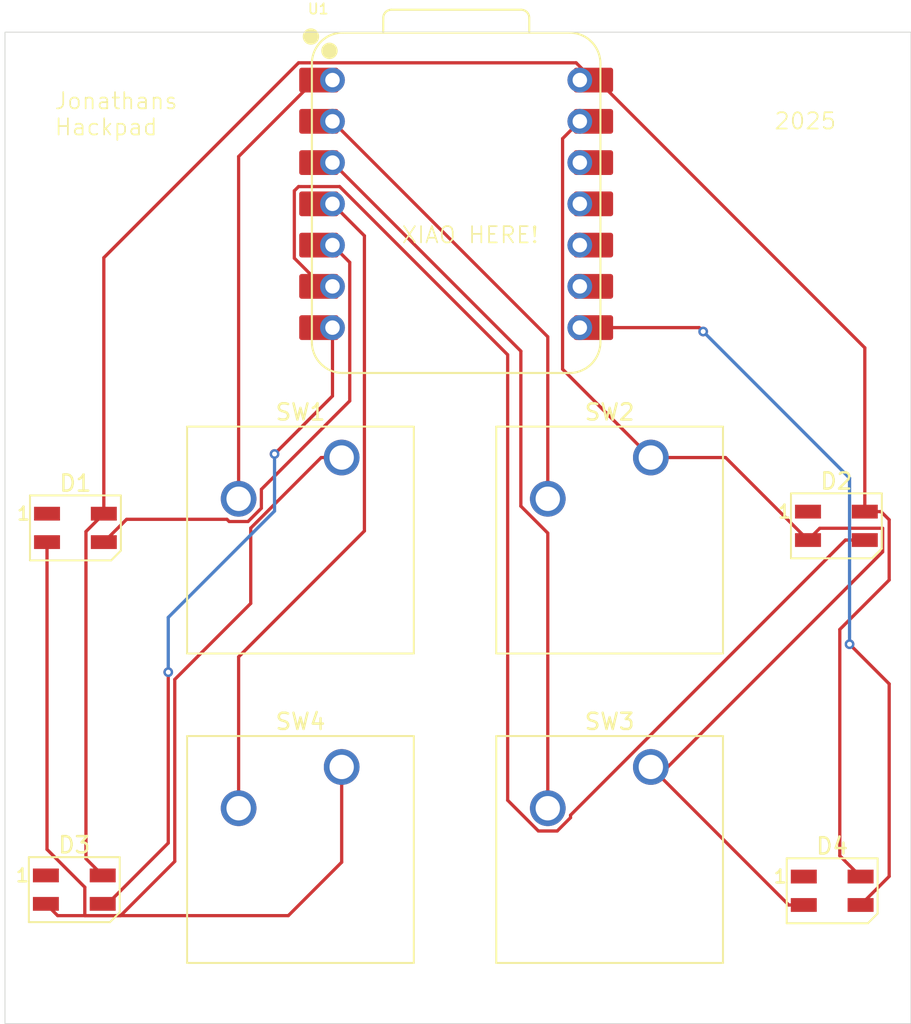
<source format=kicad_pcb>
(kicad_pcb (version 20241229) (generator "pcbnew") (generator_version "9.0")
  (layers (0 "F.Cu" signal) (2 "B.Cu" signal) (13 "F.Paste" user) (15 "B.Paste" user) (5 "F.SilkS" user "F.Silkscreen") (7 "B.SilkS" user "B.Silkscreen") (1 "F.Mask" user) (3 "B.Mask" user) (25 "Edge.Cuts" user))
  (net 0 "")
  (net 1 "Net-(D1-DIN)")
  (net 4 "Net-(D2-DIN)")
  (net 6 "Net-(D3-DIN)")
  (net 7 "Net-(D4-DIN)")
  (net 9 "Net-(U1-GPIO26{slash}ADC0{slash}A0)")
  (net 10 "Net-(U1-GPIO27{slash}ADC1{slash}A1)")
  (net 11 "Net-(U1-GPIO28{slash}ADC2{slash}A2)")
  (net 12 "Net-(U1-GPIO29{slash}ADC3{slash}A3)")
  (net 17 "Net-(D1-VSS)")
  (net 18 "Net-(D1-VDD)")
  (footprint "LED_SMD:LED_SK6812MINI_PLCC4_3.5x3.5mm_P1.75mm" (layer "F.Cu") (at 154.15 89.6125)
    (property "Reference" "D2" (at 0 -2.75 0) (layer "F.SilkS"))
    (property "Value" "SK6812MINI")
    (fp_line (start -2.8 -2) (end -2.8 2) (stroke (width 0.12)) (layer "F.SilkS"))
    (fp_line (start -2.8 -2) (end 2.8 -2) (stroke (width 0.12)) (layer "F.SilkS"))
    (fp_line (start -2.8 2) (end 2.2 2) (stroke (width 0.12)) (layer "F.SilkS"))
    (fp_line (start 2.8 1.4) (end 2.2 2) (stroke (width 0.12)) (layer "F.SilkS"))
    (fp_line (start 2.8 1.4) (end 2.8 -2) (stroke (width 0.12)) (layer "F.SilkS"))
    (fp_text user "1" (at -3.2 -0.875 0) (layer "F.SilkS") (effects (font (size 0.8 0.8))))
    (pad "1" smd rect (at -1.75 -0.875) (size 1.6 0.85) (layers "F.Cu" "F.Mask" "F.Paste"))
    (pad "2" smd rect (at -1.75 0.875) (size 1.6 0.85) (layers "F.Cu" "F.Mask" "F.Paste") (net 17 "Net-(D1-VSS)"))
    (pad "3" smd rect (at 1.75 0.875) (size 1.6 0.85) (layers "F.Cu" "F.Mask" "F.Paste") (net 4 "Net-(D2-DIN)"))
    (pad "4" smd rect (at 1.75 -0.875) (size 1.6 0.85) (layers "F.Cu" "F.Mask" "F.Paste") (net 18 "Net-(D1-VDD)"))
  )
  (footprint "Button_Switch_Keyboard:SW_Cherry_MX_1.00u_PCB" (layer "F.Cu") (at 142.71625 85.4075)
    (property "Reference" "SW2" (at -2.54 -2.794 0) (layer "F.SilkS"))
    (property "Value" "SW_Push")
    (fp_line (start -9.525 -1.905) (end 4.445 -1.905) (stroke (width 0.12)) (layer "F.SilkS"))
    (fp_line (start -9.525 12.065) (end -9.525 -1.905) (stroke (width 0.12)) (layer "F.SilkS"))
    (fp_line (start 4.445 -1.905) (end 4.445 12.065) (stroke (width 0.12)) (layer "F.SilkS"))
    (fp_line (start 4.445 12.065) (end -9.525 12.065) (stroke (width 0.12)) (layer "F.SilkS"))
    (pad "" np_thru_hole circle (at -7.62 5.08) (size 1.7 1.7) (drill 1.7) (layers "*.Cu" "*.Mask"))
    (pad "" np_thru_hole circle (at -2.54 5.08) (size 4 4) (drill 4) (layers "*.Cu" "*.Mask"))
    (pad "" np_thru_hole circle (at 2.54 5.08) (size 1.7 1.7) (drill 1.7) (layers "*.Cu" "*.Mask"))
    (pad "1" thru_hole circle (at 0 0) (size 2.2 2.2) (drill 1.5) (layers "*.Cu" "*.Mask") (net 17 "Net-(D1-VSS)"))
    (pad "2" thru_hole circle (at -6.35 2.54) (size 2.2 2.2) (drill 1.5) (layers "*.Cu" "*.Mask") (net 10 "Net-(U1-GPIO27{slash}ADC1{slash}A1)"))
  )
  (footprint "LED_SMD:LED_SK6812MINI_PLCC4_3.5x3.5mm_P1.75mm" (layer "F.Cu") (at 107.26 89.74)
    (property "Reference" "D1" (at 0 -2.75 0) (layer "F.SilkS"))
    (property "Value" "SK6812MINI")
    (fp_line (start -2.8 -2) (end -2.8 2) (stroke (width 0.12)) (layer "F.SilkS"))
    (fp_line (start -2.8 -2) (end 2.8 -2) (stroke (width 0.12)) (layer "F.SilkS"))
    (fp_line (start -2.8 2) (end 2.2 2) (stroke (width 0.12)) (layer "F.SilkS"))
    (fp_line (start 2.8 1.4) (end 2.2 2) (stroke (width 0.12)) (layer "F.SilkS"))
    (fp_line (start 2.8 1.4) (end 2.8 -2) (stroke (width 0.12)) (layer "F.SilkS"))
    (fp_text user "1" (at -3.2 -0.875 0) (layer "F.SilkS") (effects (font (size 0.8 0.8))))
    (pad "1" smd rect (at -1.75 -0.875) (size 1.6 0.85) (layers "F.Cu" "F.Mask" "F.Paste"))
    (pad "2" smd rect (at -1.75 0.875) (size 1.6 0.85) (layers "F.Cu" "F.Mask" "F.Paste") (net 17 "Net-(D1-VSS)"))
    (pad "3" smd rect (at 1.75 0.875) (size 1.6 0.85) (layers "F.Cu" "F.Mask" "F.Paste") (net 1 "Net-(D1-DIN)"))
    (pad "4" smd rect (at 1.75 -0.875) (size 1.6 0.85) (layers "F.Cu" "F.Mask" "F.Paste") (net 18 "Net-(D1-VDD)"))
  )
  (footprint "LED_SMD:LED_SK6812MINI_PLCC4_3.5x3.5mm_P1.75mm" (layer "F.Cu") (at 153.89 112.08)
    (property "Reference" "D4" (at 0 -2.75 0) (layer "F.SilkS"))
    (property "Value" "SK6812MINI")
    (fp_line (start -2.8 -2) (end -2.8 2) (stroke (width 0.12)) (layer "F.SilkS"))
    (fp_line (start -2.8 -2) (end 2.8 -2) (stroke (width 0.12)) (layer "F.SilkS"))
    (fp_line (start -2.8 2) (end 2.2 2) (stroke (width 0.12)) (layer "F.SilkS"))
    (fp_line (start 2.8 1.4) (end 2.2 2) (stroke (width 0.12)) (layer "F.SilkS"))
    (fp_line (start 2.8 1.4) (end 2.8 -2) (stroke (width 0.12)) (layer "F.SilkS"))
    (fp_text user "1" (at -3.2 -0.875 0) (layer "F.SilkS") (effects (font (size 0.8 0.8))))
    (pad "1" smd rect (at -1.75 -0.875) (size 1.6 0.85) (layers "F.Cu" "F.Mask" "F.Paste"))
    (pad "2" smd rect (at -1.75 0.875) (size 1.6 0.85) (layers "F.Cu" "F.Mask" "F.Paste") (net 17 "Net-(D1-VSS)"))
    (pad "3" smd rect (at 1.75 0.875) (size 1.6 0.85) (layers "F.Cu" "F.Mask" "F.Paste") (net 7 "Net-(D4-DIN)"))
    (pad "4" smd rect (at 1.75 -0.875) (size 1.6 0.85) (layers "F.Cu" "F.Mask" "F.Paste") (net 18 "Net-(D1-VDD)"))
  )
  (footprint "LED_SMD:LED_SK6812MINI_PLCC4_3.5x3.5mm_P1.75mm" (layer "F.Cu") (at 107.19 112.01)
    (property "Reference" "D3" (at 0 -2.75 0) (layer "F.SilkS"))
    (property "Value" "SK6812MINI")
    (fp_line (start -2.8 -2) (end -2.8 2) (stroke (width 0.12)) (layer "F.SilkS"))
    (fp_line (start -2.8 -2) (end 2.8 -2) (stroke (width 0.12)) (layer "F.SilkS"))
    (fp_line (start -2.8 2) (end 2.2 2) (stroke (width 0.12)) (layer "F.SilkS"))
    (fp_line (start 2.8 1.4) (end 2.2 2) (stroke (width 0.12)) (layer "F.SilkS"))
    (fp_line (start 2.8 1.4) (end 2.8 -2) (stroke (width 0.12)) (layer "F.SilkS"))
    (fp_text user "1" (at -3.2 -0.875 0) (layer "F.SilkS") (effects (font (size 0.8 0.8))))
    (pad "1" smd rect (at -1.75 -0.875) (size 1.6 0.85) (layers "F.Cu" "F.Mask" "F.Paste"))
    (pad "2" smd rect (at -1.75 0.875) (size 1.6 0.85) (layers "F.Cu" "F.Mask" "F.Paste") (net 17 "Net-(D1-VSS)"))
    (pad "3" smd rect (at 1.75 0.875) (size 1.6 0.85) (layers "F.Cu" "F.Mask" "F.Paste") (net 6 "Net-(D3-DIN)"))
    (pad "4" smd rect (at 1.75 -0.875) (size 1.6 0.85) (layers "F.Cu" "F.Mask" "F.Paste") (net 18 "Net-(D1-VDD)"))
  )
  (footprint "OPL:XIAO-RP2040-DIP" (layer "F.Cu") (at 130.72 69.79)
    (property "Reference" "U1" (at -8.5 -12 0) (layer "F.SilkS") (effects (font (size 0.635 0.635) (thickness 0.1016))))
    (property "Value" "XIAO-RP2040-DIP")
    (fp_line (start -8.89 8.509) (end -8.89 -8.636) (stroke (width 0.127)) (layer "F.SilkS"))
    (fp_line (start -6.985 10.414) (end 6.985 10.414) (stroke (width 0.127)) (layer "F.SilkS"))
    (fp_line (start -4.495 -10.541) (end -4.491272 -11.451272) (stroke (width 0.127)) (layer "F.SilkS"))
    (fp_line (start -3.991272 -11.951) (end 4.004 -11.951) (stroke (width 0.127)) (layer "F.SilkS"))
    (fp_line (start 4.504 -11.451) (end 4.504 -10.541) (stroke (width 0.127)) (layer "F.SilkS"))
    (fp_line (start 6.985 -10.541) (end -6.985 -10.541) (stroke (width 0.1)) (layer "F.SilkS"))
    (fp_line (start 6.985 -10.541) (end -6.985 -10.541) (stroke (width 0.127)) (layer "F.SilkS"))
    (fp_line (start 8.89 8.509) (end 8.89 -8.636) (stroke (width 0.127)) (layer "F.SilkS"))
    (fp_arc (start -8.89 -8.636) (mid -8.332038 -9.983038) (end -6.985 -10.541) (stroke (width 0.127)) (layer "F.SilkS"))
    (fp_arc (start -6.985 10.414) (mid -8.332038 9.856038) (end -8.89 8.509) (stroke (width 0.127)) (layer "F.SilkS"))
    (fp_arc (start -4.491272 -11.451272) (mid -4.344728 -11.80464) (end -3.991272 -11.951) (stroke (width 0.127)) (layer "F.SilkS"))
    (fp_arc (start 4.004 -11.951) (mid 4.357553 -11.804553) (end 4.504 -11.451) (stroke (width 0.127)) (layer "F.SilkS"))
    (fp_arc (start 6.985 -10.541) (mid 8.332038 -9.983038) (end 8.89 -8.636) (stroke (width 0.127)) (layer "F.SilkS"))
    (fp_arc (start 8.89 8.509) (mid 8.332038 9.856038) (end 6.985 10.414) (stroke (width 0.127)) (layer "F.SilkS"))
    (fp_circle (center -8.95 -10.3) (end -8.95 -10.554) (stroke (width 0.5)) (fill yes) (layer "F.SilkS"))
    (fp_circle (center -7.807 -9.42) (end -7.807 -9.674) (stroke (width 0.5)) (fill yes) (layer "F.SilkS"))
    (pad "1" smd roundrect (at -8.455 -7.62 180) (size 2.432 1.524) (layers "F.Cu" "F.Mask") (roundrect_rratio 0.1) (net 9 "Net-(U1-GPIO26{slash}ADC0{slash}A0)"))
    (pad "1" thru_hole circle (at -7.62 -7.62 180) (size 1.524 1.524) (drill 0.889) (layers "*.Cu" "*.Mask") (net 9 "Net-(U1-GPIO26{slash}ADC0{slash}A0)"))
    (pad "2" smd roundrect (at -8.455 -5.08 180) (size 2.432 1.524) (layers "F.Cu" "F.Mask") (roundrect_rratio 0.1) (net 10 "Net-(U1-GPIO27{slash}ADC1{slash}A1)"))
    (pad "2" thru_hole circle (at -7.62 -5.08 180) (size 1.524 1.524) (drill 0.889) (layers "*.Cu" "*.Mask") (net 10 "Net-(U1-GPIO27{slash}ADC1{slash}A1)"))
    (pad "3" smd roundrect (at -8.455 -2.54 180) (size 2.432 1.524) (layers "F.Cu" "F.Mask") (roundrect_rratio 0.1) (net 11 "Net-(U1-GPIO28{slash}ADC2{slash}A2)"))
    (pad "3" thru_hole circle (at -7.62 -2.54 180) (size 1.524 1.524) (drill 0.889) (layers "*.Cu" "*.Mask") (net 11 "Net-(U1-GPIO28{slash}ADC2{slash}A2)"))
    (pad "4" smd roundrect (at -8.455 0 180) (size 2.432 1.524) (layers "F.Cu" "F.Mask") (roundrect_rratio 0.1) (net 12 "Net-(U1-GPIO29{slash}ADC3{slash}A3)"))
    (pad "4" thru_hole circle (at -7.62 0 180) (size 1.524 1.524) (drill 0.889) (layers "*.Cu" "*.Mask") (net 12 "Net-(U1-GPIO29{slash}ADC3{slash}A3)"))
    (pad "5" smd roundrect (at -8.455 2.54 180) (size 2.432 1.524) (layers "F.Cu" "F.Mask") (roundrect_rratio 0.1) (net 1 "Net-(D1-DIN)"))
    (pad "5" thru_hole circle (at -7.62 2.54 180) (size 1.524 1.524) (drill 0.889) (layers "*.Cu" "*.Mask") (net 1 "Net-(D1-DIN)"))
    (pad "6" smd roundrect (at -8.455 5.08 180) (size 2.432 1.524) (layers "F.Cu" "F.Mask") (roundrect_rratio 0.1) (net 4 "Net-(D2-DIN)"))
    (pad "6" thru_hole circle (at -7.62 5.08 180) (size 1.524 1.524) (drill 0.889) (layers "*.Cu" "*.Mask") (net 4 "Net-(D2-DIN)"))
    (pad "7" smd roundrect (at -8.455 7.62 180) (size 2.432 1.524) (layers "F.Cu" "F.Mask") (roundrect_rratio 0.1) (net 6 "Net-(D3-DIN)"))
    (pad "7" thru_hole circle (at -7.62 7.62 180) (size 1.524 1.524) (drill 0.889) (layers "*.Cu" "*.Mask") (net 6 "Net-(D3-DIN)"))
    (pad "8" thru_hole circle (at 7.62 7.62) (size 1.524 1.524) (drill 0.889) (layers "*.Cu" "*.Mask") (net 7 "Net-(D4-DIN)"))
    (pad "8" smd roundrect (at 8.455 7.62) (size 2.432 1.524) (layers "F.Cu" "F.Mask") (roundrect_rratio 0.1) (net 7 "Net-(D4-DIN)"))
    (pad "9" thru_hole circle (at 7.62 5.08) (size 1.524 1.524) (drill 0.889) (layers "*.Cu" "*.Mask"))
    (pad "9" smd roundrect (at 8.455 5.08) (size 2.432 1.524) (layers "F.Cu" "F.Mask") (roundrect_rratio 0.1))
    (pad "10" thru_hole circle (at 7.62 2.54) (size 1.524 1.524) (drill 0.889) (layers "*.Cu" "*.Mask"))
    (pad "10" smd roundrect (at 8.455 2.54) (size 2.432 1.524) (layers "F.Cu" "F.Mask") (roundrect_rratio 0.1))
    (pad "11" thru_hole circle (at 7.62 0) (size 1.524 1.524) (drill 0.889) (layers "*.Cu" "*.Mask"))
    (pad "11" smd roundrect (at 8.455 0) (size 2.432 1.524) (layers "F.Cu" "F.Mask") (roundrect_rratio 0.1))
    (pad "12" thru_hole circle (at 7.62 -2.54) (size 1.524 1.524) (drill 0.889) (layers "*.Cu" "*.Mask"))
    (pad "12" smd roundrect (at 8.455 -2.54) (size 2.432 1.524) (layers "F.Cu" "F.Mask") (roundrect_rratio 0.1))
    (pad "13" thru_hole circle (at 7.62 -5.08) (size 1.524 1.524) (drill 0.889) (layers "*.Cu" "*.Mask") (net 17 "Net-(D1-VSS)"))
    (pad "13" smd roundrect (at 8.455 -5.08) (size 2.432 1.524) (layers "F.Cu" "F.Mask") (roundrect_rratio 0.1) (net 17 "Net-(D1-VSS)"))
    (pad "14" thru_hole circle (at 7.62 -7.62) (size 1.524 1.524) (drill 0.889) (layers "*.Cu" "*.Mask") (net 18 "Net-(D1-VDD)"))
    (pad "14" smd roundrect (at 8.455 -7.62) (size 2.432 1.524) (layers "F.Cu" "F.Mask") (roundrect_rratio 0.1) (net 18 "Net-(D1-VDD)"))
  )
  (footprint "Button_Switch_Keyboard:SW_Cherry_MX_1.00u_PCB" (layer "F.Cu") (at 123.66625 85.4075)
    (property "Reference" "SW1" (at -2.54 -2.794 0) (layer "F.SilkS"))
    (property "Value" "SW_Push")
    (fp_line (start -9.525 -1.905) (end 4.445 -1.905) (stroke (width 0.12)) (layer "F.SilkS"))
    (fp_line (start -9.525 12.065) (end -9.525 -1.905) (stroke (width 0.12)) (layer "F.SilkS"))
    (fp_line (start 4.445 -1.905) (end 4.445 12.065) (stroke (width 0.12)) (layer "F.SilkS"))
    (fp_line (start 4.445 12.065) (end -9.525 12.065) (stroke (width 0.12)) (layer "F.SilkS"))
    (pad "" np_thru_hole circle (at -7.62 5.08) (size 1.7 1.7) (drill 1.7) (layers "*.Cu" "*.Mask"))
    (pad "" np_thru_hole circle (at -2.54 5.08) (size 4 4) (drill 4) (layers "*.Cu" "*.Mask"))
    (pad "" np_thru_hole circle (at 2.54 5.08) (size 1.7 1.7) (drill 1.7) (layers "*.Cu" "*.Mask"))
    (pad "1" thru_hole circle (at 0 0) (size 2.2 2.2) (drill 1.5) (layers "*.Cu" "*.Mask") (net 17 "Net-(D1-VSS)"))
    (pad "2" thru_hole circle (at -6.35 2.54) (size 2.2 2.2) (drill 1.5) (layers "*.Cu" "*.Mask") (net 9 "Net-(U1-GPIO26{slash}ADC0{slash}A0)"))
  )
  (footprint "Button_Switch_Keyboard:SW_Cherry_MX_1.00u_PCB" (layer "F.Cu") (at 142.71625 104.4575)
    (property "Reference" "SW3" (at -2.54 -2.794 0) (layer "F.SilkS"))
    (property "Value" "SW_Push")
    (fp_line (start -9.525 -1.905) (end 4.445 -1.905) (stroke (width 0.12)) (layer "F.SilkS"))
    (fp_line (start -9.525 12.065) (end -9.525 -1.905) (stroke (width 0.12)) (layer "F.SilkS"))
    (fp_line (start 4.445 -1.905) (end 4.445 12.065) (stroke (width 0.12)) (layer "F.SilkS"))
    (fp_line (start 4.445 12.065) (end -9.525 12.065) (stroke (width 0.12)) (layer "F.SilkS"))
    (pad "" np_thru_hole circle (at -7.62 5.08) (size 1.7 1.7) (drill 1.7) (layers "*.Cu" "*.Mask"))
    (pad "" np_thru_hole circle (at -2.54 5.08) (size 4 4) (drill 4) (layers "*.Cu" "*.Mask"))
    (pad "" np_thru_hole circle (at 2.54 5.08) (size 1.7 1.7) (drill 1.7) (layers "*.Cu" "*.Mask"))
    (pad "1" thru_hole circle (at 0 0) (size 2.2 2.2) (drill 1.5) (layers "*.Cu" "*.Mask") (net 17 "Net-(D1-VSS)"))
    (pad "2" thru_hole circle (at -6.35 2.54) (size 2.2 2.2) (drill 1.5) (layers "*.Cu" "*.Mask") (net 11 "Net-(U1-GPIO28{slash}ADC2{slash}A2)"))
  )
  (footprint "Button_Switch_Keyboard:SW_Cherry_MX_1.00u_PCB" (layer "F.Cu") (at 123.66625 104.4575)
    (property "Reference" "SW4" (at -2.54 -2.794 0) (layer "F.SilkS"))
    (property "Value" "SW_Push")
    (fp_line (start -9.525 -1.905) (end 4.445 -1.905) (stroke (width 0.12)) (layer "F.SilkS"))
    (fp_line (start -9.525 12.065) (end -9.525 -1.905) (stroke (width 0.12)) (layer "F.SilkS"))
    (fp_line (start 4.445 -1.905) (end 4.445 12.065) (stroke (width 0.12)) (layer "F.SilkS"))
    (fp_line (start 4.445 12.065) (end -9.525 12.065) (stroke (width 0.12)) (layer "F.SilkS"))
    (pad "" np_thru_hole circle (at -7.62 5.08) (size 1.7 1.7) (drill 1.7) (layers "*.Cu" "*.Mask"))
    (pad "" np_thru_hole circle (at -2.54 5.08) (size 4 4) (drill 4) (layers "*.Cu" "*.Mask"))
    (pad "" np_thru_hole circle (at 2.54 5.08) (size 1.7 1.7) (drill 1.7) (layers "*.Cu" "*.Mask"))
    (pad "1" thru_hole circle (at 0 0) (size 2.2 2.2) (drill 1.5) (layers "*.Cu" "*.Mask") (net 17 "Net-(D1-VSS)"))
    (pad "2" thru_hole circle (at -6.35 2.54) (size 2.2 2.2) (drill 1.5) (layers "*.Cu" "*.Mask") (net 12 "Net-(U1-GPIO29{slash}ADC3{slash}A3)"))
  )
  (gr_rect (start 102.92 59.22) (end 158.74 120.26) (stroke (width 0.05)) (fill no) (layer "Edge.Cuts"))
  (gr_text "XIAO HERE!" (at 127.3 72.29 0) (layer "F.SilkS") (effects (font (size 1 1) (thickness 0.1)) (justify left bottom)))
  (gr_text "Jonathans\nHackpad" (at 105.92 65.65 0) (layer "F.SilkS") (effects (font (size 1 1) (thickness 0.1)) (justify left bottom)))
  (gr_text "2025" (at 150.26 65.28 0) (layer "F.SilkS") (effects (font (size 1 1) (thickness 0.1)) (justify left bottom)))
  (segment (start 116.735936 89.3485) (end 116.597436 89.21) (width 0.2) (layer "F.Cu") (net 1))
  (segment (start 117.896564 89.3485) (end 116.735936 89.3485) (width 0.2) (layer "F.Cu") (net 1))
  (segment (start 124.163 81.921436) (end 118.71725 87.367186) (width 0.2) (layer "F.Cu") (net 1))
  (segment (start 124.163 73.393) (end 124.163 81.921436) (width 0.2) (layer "F.Cu") (net 1))
  (segment (start 118.71725 88.527814) (end 117.896564 89.3485) (width 0.2) (layer "F.Cu") (net 1))
  (segment (start 110.415 89.21) (end 109.01 90.615) (width 0.2) (layer "F.Cu") (net 1))
  (segment (start 123.1 72.33) (end 124.163 73.393) (width 0.2) (layer "F.Cu") (net 1))
  (segment (start 116.597436 89.21) (end 110.415 89.21) (width 0.2) (layer "F.Cu") (net 1))
  (segment (start 118.71725 87.367186) (end 118.71725 88.527814) (width 0.2) (layer "F.Cu") (net 1))
  (segment (start 135.785936 108.3985) (end 136.946564 108.3985) (width 0.2) (layer "F.Cu") (net 4))
  (segment (start 120.748 68.988374) (end 121.009374 68.727) (width 0.2) (layer "F.Cu") (net 4))
  (segment (start 133.89525 106.507814) (end 135.785936 108.3985) (width 0.2) (layer "F.Cu") (net 4))
  (segment (start 122.486374 74.87) (end 120.748 73.131626) (width 0.2) (layer "F.Cu") (net 4))
  (segment (start 123.1 74.87) (end 122.486374 74.87) (width 0.2) (layer "F.Cu") (net 4))
  (segment (start 154.704936 90.4875) (end 155.9 90.4875) (width 0.2) (layer "F.Cu") (net 4))
  (segment (start 120.748 73.131626) (end 120.748 68.988374) (width 0.2) (layer "F.Cu") (net 4))
  (segment (start 133.89525 79.08194) (end 133.89525 106.507814) (width 0.2) (layer "F.Cu") (net 4))
  (segment (start 137.76725 107.577814) (end 137.76725 107.425186) (width 0.2) (layer "F.Cu") (net 4))
  (segment (start 121.009374 68.727) (end 123.54031 68.727) (width 0.2) (layer "F.Cu") (net 4))
  (segment (start 137.76725 107.425186) (end 154.704936 90.4875) (width 0.2) (layer "F.Cu") (net 4))
  (segment (start 123.54031 68.727) (end 133.89525 79.08194) (width 0.2) (layer "F.Cu") (net 4))
  (segment (start 136.946564 108.3985) (end 137.76725 107.577814) (width 0.2) (layer "F.Cu") (net 4))
  (segment (start 108.94 113.18) (end 108.94 112.885) (width 0.2) (layer "F.Cu") (net 6))
  (segment (start 112.98 98.62) (end 112.98 109.14) (width 0.2) (layer "F.Cu") (net 6))
  (segment (start 112.98 109.14) (end 108.94 113.18) (width 0.2) (layer "F.Cu") (net 6))
  (segment (start 123.1 81.62) (end 119.53 85.19) (width 0.2) (layer "F.Cu") (net 6))
  (segment (start 123.1 77.41) (end 123.1 81.62) (width 0.2) (layer "F.Cu") (net 6))
  (via (at 119.53 85.19) (size 0.6) (drill 0.3) (layers "F.Cu" "B.Cu") (net 6))
  (via (at 112.98 98.62) (size 0.6) (drill 0.3) (layers "F.Cu" "B.Cu") (net 6))
  (segment (start 119.53 85.19) (end 119.53 88.70222) (width 0.2) (layer "B.Cu") (net 6))
  (segment (start 112.98 95.25222) (end 112.98 98.62) (width 0.2) (layer "B.Cu") (net 6))
  (segment (start 119.53 88.70222) (end 112.98 95.25222) (width 0.2) (layer "B.Cu") (net 6))
  (segment (start 157.402 111.193) (end 157.402 99.342) (width 0.2) (layer "F.Cu") (net 7))
  (segment (start 145.7 77.41) (end 138.34 77.41) (width 0.2) (layer "F.Cu") (net 7))
  (segment (start 145.94 77.65) (end 145.7 77.41) (width 0.2) (layer "F.Cu") (net 7))
  (segment (start 155.64 112.955) (end 157.402 111.193) (width 0.2) (layer "F.Cu") (net 7))
  (segment (start 157.402 99.342) (end 154.96 96.9) (width 0.2) (layer "F.Cu") (net 7))
  (via (at 154.96 96.9) (size 0.6) (drill 0.3) (layers "F.Cu" "B.Cu") (net 7))
  (via (at 145.94 77.65) (size 0.6) (drill 0.3) (layers "F.Cu" "B.Cu") (net 7))
  (segment (start 154.96 96.9) (end 154.96 86.67) (width 0.2) (layer "B.Cu") (net 7))
  (segment (start 154.96 86.67) (end 145.94 77.65) (width 0.2) (layer "B.Cu") (net 7))
  (segment (start 122.02237 62.17) (end 117.31625 66.87612) (width 0.2) (layer "F.Cu") (net 9))
  (segment (start 123.1 62.17) (end 122.02237 62.17) (width 0.2) (layer "F.Cu") (net 9))
  (segment (start 117.31625 66.87612) (end 117.31625 87.9475) (width 0.2) (layer "F.Cu") (net 9))
  (segment (start 123.1 62.26) (end 123.19 62.35) (width 0.2) (layer "B.Cu") (net 9))
  (segment (start 123.1 62.17) (end 123.1 62.26) (width 0.2) (layer "B.Cu") (net 9))
  (segment (start 136.36625 77.97625) (end 136.36625 87.9475) (width 0.2) (layer "F.Cu") (net 10))
  (segment (start 123.1 64.71) (end 136.36625 77.97625) (width 0.2) (layer "F.Cu") (net 10))
  (segment (start 136.36625 90.05903) (end 136.36625 106.9975) (width 0.2) (layer "F.Cu") (net 11))
  (segment (start 123.1 67.25) (end 134.7065 78.8565) (width 0.2) (layer "F.Cu") (net 11))
  (segment (start 134.7065 78.8565) (end 134.7065 88.39928) (width 0.2) (layer "F.Cu") (net 11))
  (segment (start 134.7065 88.39928) (end 136.36625 90.05903) (width 0.2) (layer "F.Cu") (net 11))
  (segment (start 125.06725 71.75725) (end 125.06725 89.92803) (width 0.2) (layer "F.Cu") (net 12))
  (segment (start 117.31625 97.67903) (end 117.31625 106.9975) (width 0.2) (layer "F.Cu") (net 12))
  (segment (start 125.06725 89.92803) (end 117.31625 97.67903) (width 0.2) (layer "F.Cu") (net 12))
  (segment (start 123.1 69.79) (end 125.06725 71.75725) (width 0.2) (layer "F.Cu") (net 12))
  (segment (start 142.71625 104.4575) (end 151.21375 112.955) (width 0.2) (layer "F.Cu") (net 17))
  (segment (start 123.66625 110.322316) (end 123.66625 104.4575) (width 0.2) (layer "F.Cu") (net 17))
  (segment (start 113.381 99.068943) (end 118.062664 94.387279) (width 0.2) (layer "F.Cu") (net 17))
  (segment (start 107.839 113.611) (end 110.041 113.611) (width 0.2) (layer "F.Cu") (net 17))
  (segment (start 120.377566 113.611) (end 123.66625 110.322316) (width 0.2) (layer "F.Cu") (net 17))
  (segment (start 118.062664 89.7495) (end 122.404664 85.4075) (width 0.2) (layer "F.Cu") (net 17))
  (segment (start 137.277 79.96825) (end 137.277 65.773) (width 0.2) (layer "F.Cu") (net 17))
  (segment (start 106.166 113.611) (end 120.377566 113.611) (width 0.2) (layer "F.Cu") (net 17))
  (segment (start 142.71625 85.4075) (end 147.32 85.4075) (width 0.2) (layer "F.Cu") (net 17))
  (segment (start 107.839 111.861) (end 107.839 113.611) (width 0.2) (layer "F.Cu") (net 17))
  (segment (start 157.001 89.7615) (end 153.126 89.7615) (width 0.2) (layer "F.Cu") (net 17))
  (segment (start 151.21375 112.955) (end 152.14 112.955) (width 0.2) (layer "F.Cu") (net 17))
  (segment (start 142.71625 104.4575) (end 143.757 104.4575) (width 0.2) (layer "F.Cu") (net 17))
  (segment (start 105.44 112.885) (end 106.166 113.611) (width 0.2) (layer "F.Cu") (net 17))
  (segment (start 113.381 110.271) (end 113.381 99.068943) (width 0.2) (layer "F.Cu") (net 17))
  (segment (start 137.277 65.773) (end 138.34 64.71) (width 0.2) (layer "F.Cu") (net 17))
  (segment (start 105.51 90.615) (end 105.51 109.532) (width 0.2) (layer "F.Cu") (net 17))
  (segment (start 147.32 85.4075) (end 152.4 90.4875) (width 0.2) (layer "F.Cu") (net 17))
  (segment (start 118.062664 94.387279) (end 118.062664 89.7495) (width 0.2) (layer "F.Cu") (net 17))
  (segment (start 142.71625 85.4075) (end 137.277 79.96825) (width 0.2) (layer "F.Cu") (net 17))
  (segment (start 122.404664 85.4075) (end 123.66625 85.4075) (width 0.2) (layer "F.Cu") (net 17))
  (segment (start 110.041 113.611) (end 113.381 110.271) (width 0.2) (layer "F.Cu") (net 17))
  (segment (start 157.001 91.2135) (end 157.001 89.7615) (width 0.2) (layer "F.Cu") (net 17))
  (segment (start 153.126 89.7615) (end 152.4 90.4875) (width 0.2) (layer "F.Cu") (net 17))
  (segment (start 105.51 109.532) (end 107.839 111.861) (width 0.2) (layer "F.Cu") (net 17))
  (segment (start 143.757 104.4575) (end 157.001 91.2135) (width 0.2) (layer "F.Cu") (net 17))
  (segment (start 108.94 111.135) (end 107.909 110.104) (width 0.2) (layer "F.Cu") (net 18))
  (segment (start 157.402 89.2395) (end 156.9 88.7375) (width 0.2) (layer "F.Cu") (net 18))
  (segment (start 138.34 62.17) (end 139.41763 62.17) (width 0.2) (layer "F.Cu") (net 18))
  (segment (start 154.359 109.924) (end 154.359 95.991) (width 0.2) (layer "F.Cu") (net 18))
  (segment (start 121.009374 61.107) (end 138.112 61.107) (width 0.2) (layer "F.Cu") (net 18))
  (segment (start 139.41763 62.17) (end 155.9 78.65237) (width 0.2) (layer "F.Cu") (net 18))
  (segment (start 138.112 61.107) (end 139.175 62.17) (width 0.2) (layer "F.Cu") (net 18))
  (segment (start 155.9 78.65237) (end 155.9 88.7375) (width 0.2) (layer "F.Cu") (net 18))
  (segment (start 107.909 89.966) (end 109.01 88.865) (width 0.2) (layer "F.Cu") (net 18))
  (segment (start 107.909 110.104) (end 107.909 89.966) (width 0.2) (layer "F.Cu") (net 18))
  (segment (start 156.9 88.7375) (end 155.9 88.7375) (width 0.2) (layer "F.Cu") (net 18))
  (segment (start 154.359 95.991) (end 157.402 92.948) (width 0.2) (layer "F.Cu") (net 18))
  (segment (start 157.402 92.948) (end 157.402 89.2395) (width 0.2) (layer "F.Cu") (net 18))
  (segment (start 155.64 111.205) (end 154.359 109.924) (width 0.2) (layer "F.Cu") (net 18))
  (segment (start 109.01 73.106374) (end 121.009374 61.107) (width 0.2) (layer "F.Cu") (net 18))
  (segment (start 109.01 88.865) (end 109.01 73.106374) (width 0.2) (layer "F.Cu") (net 18))
)
</source>
